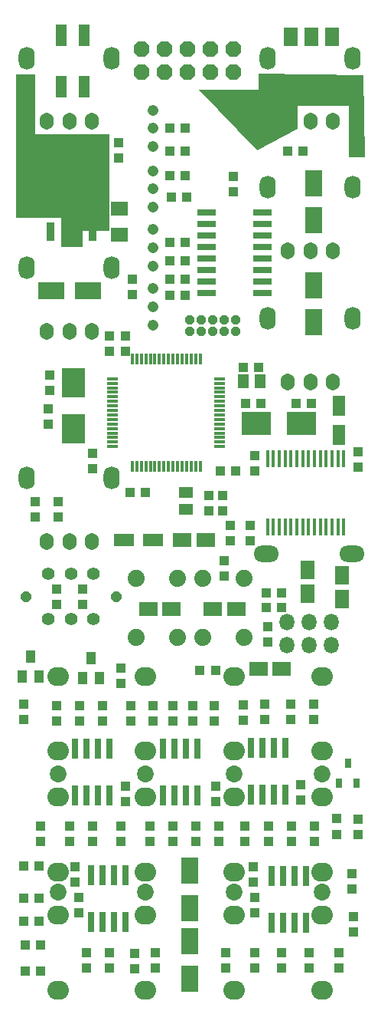
<source format=gts>
G04 DipTrace 3.2.0.1*
G04 microburst_fixed_heatsink.GTS*
%MOIN*%
G04 #@! TF.FileFunction,Soldermask,Top*
G04 #@! TF.Part,Single*
%AMOUTLINE0*
4,1,4,
0.03937,0.029528,
-0.03937,0.029528,
-0.03937,-0.029528,
0.03937,-0.029528,
0.03937,0.029528,
0*%
%AMOUTLINE1*
4,1,4,
-0.043307,-0.027559,
0.043307,-0.027559,
0.043307,0.027559,
-0.043307,0.027559,
-0.043307,-0.027559,
0*%
%AMOUTLINE2*
4,1,4,
0.027559,-0.043307,
0.027559,0.043307,
-0.027559,0.043307,
-0.027559,-0.043307,
0.027559,-0.043307,
0*%
%AMOUTLINE3*
4,1,4,
-0.029528,0.03937,
-0.029528,-0.03937,
0.029528,-0.03937,
0.029528,0.03937,
-0.029528,0.03937,
0*%
%AMOUTLINE4*
4,1,4,
-0.03937,-0.029528,
0.03937,-0.029528,
0.03937,0.029528,
-0.03937,0.029528,
-0.03937,-0.029528,
0*%
%AMOUTLINE5*
4,1,4,
0.04,-0.013,
0.04,0.013,
-0.04,0.013,
-0.04,-0.013,
0.04,-0.013,
0*%
%AMOUTLINE6*
4,1,4,
-0.011811,-0.043307,
0.011811,-0.043307,
0.011811,0.043307,
-0.011811,0.043307,
-0.011811,-0.043307,
0*%
%AMOUTLINE7*
4,1,4,
0.023622,-0.005906,
0.023622,0.005906,
-0.023622,0.005906,
-0.023622,-0.005906,
0.023622,-0.005906,
0*%
%AMOUTLINE8*
4,1,4,
0.005906,0.023622,
-0.005906,0.023622,
-0.005906,-0.023622,
0.005906,-0.023622,
0.005906,0.023622,
0*%
%AMOUTLINE9*
4,1,4,
-0.023622,0.005906,
-0.023622,-0.005906,
0.023622,-0.005906,
0.023622,0.005906,
-0.023622,0.005906,
0*%
%AMOUTLINE10*
4,1,4,
-0.005906,-0.023622,
0.005906,-0.023622,
0.005906,0.023622,
-0.005906,0.023622,
-0.005906,-0.023622,
0*%
%AMOUTLINE11*
4,1,4,
0.01378,0.019685,
-0.01378,0.019685,
-0.01378,-0.019685,
0.01378,-0.019685,
0.01378,0.019685,
0*%
%AMOUTLINE12*
4,1,4,
-0.0295,-0.0395,
0.0295,-0.0395,
0.0295,0.0395,
-0.0295,0.0395,
-0.0295,-0.0395,
0*%
%AMOUTLINE13*
4,1,4,
-0.075,-0.0395,
0.075,-0.0395,
0.075,0.0395,
-0.075,0.0395,
-0.075,-0.0395,
0*%
%AMOUTLINE14*
4,1,4,
-0.0075,0.0375,
-0.0075,-0.0375,
0.0075,-0.0375,
0.0075,0.0375,
-0.0075,0.0375,
0*%
%AMOUTLINE15*
4,1,8,
-0.020325,0.008419,
-0.008419,0.020325,
0.008419,0.020325,
0.020325,0.008419,
0.020325,-0.008419,
0.008419,-0.020325,
-0.008419,-0.020325,
-0.020325,-0.008419,
-0.020325,0.008419,
0*%
%AMOUTLINE16*
4,1,8,
0.034184,-0.014159,
0.014159,-0.034184,
-0.014159,-0.034184,
-0.034184,-0.014159,
-0.034184,0.014159,
-0.014159,0.034184,
0.014159,0.034184,
0.034184,0.014159,
0.034184,-0.014159,
0*%
%AMOUTLINE17*
4,1,4,
0.019685,0.027559,
-0.019685,0.027559,
-0.019685,-0.027559,
0.019685,-0.027559,
0.019685,0.027559,
0*%
%AMOUTLINE18*
4,1,4,
0.035492,-0.031496,
0.035492,0.031496,
-0.035492,0.031496,
-0.035492,-0.031496,
0.035492,-0.031496,
0*%
%AMOUTLINE19*
4,1,8,
-0.02197,-0.0091,
-0.0091,-0.02197,
0.0091,-0.02197,
0.02197,-0.0091,
0.02197,0.0091,
0.0091,0.02197,
-0.0091,0.02197,
-0.02197,0.0091,
-0.02197,-0.0091,
0*%
%ADD25R,0.03937X0.043307*%
%ADD26R,0.043307X0.03937*%
%ADD27R,0.051181X0.059055*%
%ADD28R,0.059055X0.051181*%
%ADD34R,0.037402X0.084646*%
%ADD40C,0.047559*%
%ADD43O,0.06X0.074*%
%ADD44O,0.07X0.1*%
%ADD45C,0.055433*%
%ADD46C,0.074*%
%ADD61O,0.110362X0.070992*%
%ADD63O,0.063512X0.073*%
%ADD73R,0.12611X0.102488*%
%ADD75R,0.102488X0.12611*%
%ADD79C,0.073*%
%ADD81O,0.093X0.083*%
%ADD83R,0.135953X0.092646*%
%ADD87R,0.04737X0.094614*%
%ADD97R,0.118236X0.072961*%
%ADD99R,0.072961X0.118236*%
%ADD106OUTLINE0*%
%ADD107OUTLINE1*%
%ADD108OUTLINE2*%
%ADD109OUTLINE3*%
%ADD110OUTLINE4*%
%ADD111OUTLINE5*%
%ADD112OUTLINE6*%
%ADD113OUTLINE7*%
%ADD114OUTLINE8*%
%ADD115OUTLINE9*%
%ADD116OUTLINE10*%
%ADD117OUTLINE11*%
%ADD118OUTLINE12*%
%ADD119OUTLINE13*%
%ADD120OUTLINE14*%
%ADD121OUTLINE15*%
%ADD122OUTLINE16*%
%ADD123OUTLINE17*%
%ADD124OUTLINE18*%
%ADD125OUTLINE19*%
%FSLAX26Y26*%
G04*
G70*
G90*
G75*
G01*
G04 TopMask*
%LPD*%
D99*
X1167360Y499979D3*
Y661396D3*
D97*
X723609Y3487479D3*
X562192D3*
D25*
X854860Y4131228D3*
Y4064299D3*
D99*
X1704860Y3956228D3*
Y3794811D3*
D25*
X1354860Y3918728D3*
Y3985657D3*
X548609Y2974979D3*
Y2908050D3*
X554860Y3056230D3*
Y3123159D3*
X886109Y3224979D3*
Y3291908D3*
X642360Y1160657D3*
Y1093728D3*
X786109Y1618728D3*
Y1685657D3*
X1092360Y1093728D3*
Y1160657D3*
X1648609Y1274979D3*
Y1341908D3*
D99*
X1167360Y806228D3*
Y967646D3*
D26*
X1592360Y4093728D3*
X1659289D3*
D25*
X742360Y2781228D3*
Y2714299D3*
X1804860Y1193724D3*
Y1126795D3*
D26*
X971789Y2612479D3*
X904860D3*
X1398609Y3156228D3*
X1465538D3*
D27*
X1398806Y3093728D3*
X1473609D3*
D25*
X1492358Y1624979D3*
Y1691908D3*
X1511109Y1093728D3*
Y1160657D3*
X1092360Y1618728D3*
Y1685657D3*
X1279860Y1268728D3*
Y1335657D3*
D28*
X1148609Y2612478D3*
Y2537675D3*
D26*
X1298609Y2706228D3*
X1365538D3*
D25*
X1315144Y2314693D3*
Y2247764D3*
D99*
X1704860Y3512479D3*
Y3351062D3*
D106*
X1236110Y2406228D3*
X1133748D3*
D25*
X1448609Y2706228D3*
Y2773157D3*
X1429860Y2468728D3*
Y2401799D3*
D107*
X879860Y2406228D3*
X1005844D3*
D25*
X886109Y1268728D3*
Y1335657D3*
D106*
X1086945Y2104478D3*
X984583D3*
D25*
X1900824Y2789693D3*
Y2722764D3*
D108*
X1817360Y2862479D3*
Y2988463D3*
D109*
X1679856Y2275024D3*
Y2172661D3*
D110*
X1265803Y2104478D3*
X1368165D3*
D25*
X683895Y785264D3*
Y852193D3*
X1450824Y785264D3*
Y852193D3*
D26*
X517360Y643728D3*
X450430D3*
D106*
X1567411Y1843730D3*
X1465049D3*
D25*
X925824Y541513D3*
Y608442D3*
X1567360Y543728D3*
Y610657D3*
D26*
X1498215Y2174063D3*
X1565144D3*
D25*
X1442360Y918728D3*
Y985657D3*
X667360Y918728D3*
Y985657D3*
D26*
X1475824Y2997764D3*
X1408895D3*
X1629858Y2999979D3*
X1696787D3*
D109*
X1828673Y2251160D3*
Y2148798D3*
D25*
X1342360Y2468728D3*
Y2401799D3*
D87*
X704860Y4599782D3*
X604860D3*
Y4374979D3*
X704860D3*
D111*
X1240109Y3828978D3*
Y3778978D3*
Y3728978D3*
Y3678978D3*
Y3628978D3*
Y3578978D3*
Y3528978D3*
Y3478978D3*
X1482109D3*
Y3528978D3*
Y3578978D3*
Y3628978D3*
Y3678978D3*
Y3728978D3*
Y3778978D3*
Y3828978D3*
D34*
X560814Y3743648D3*
X651365D3*
X741916D3*
D83*
X651365Y3971995D3*
D112*
X817360Y1499978D3*
X767360D3*
X717360D3*
X667360D3*
Y1295253D3*
X717360D3*
X767360D3*
X817360D3*
X1583747Y1502341D3*
X1533747D3*
X1483747D3*
X1433747D3*
Y1297617D3*
X1483747D3*
X1533747D3*
X1583747D3*
D113*
X829860Y3106228D3*
Y3086543D3*
Y3066858D3*
Y3047173D3*
Y3027488D3*
Y3007803D3*
Y2988118D3*
Y2968433D3*
Y2948748D3*
Y2929063D3*
Y2909378D3*
Y2889693D3*
Y2870008D3*
Y2850323D3*
Y2830638D3*
Y2810953D3*
D114*
X915938Y2725874D3*
X935623D3*
X955308D3*
X974993D3*
X994678D3*
X1014364D3*
X1034049D3*
X1053734D3*
X1073419D3*
X1093104D3*
X1112789D3*
X1132474D3*
X1152159D3*
X1171844D3*
X1191529D3*
X1211214D3*
D115*
X1295293Y2810953D3*
Y2830638D3*
Y2850323D3*
Y2870008D3*
Y2889693D3*
Y2909378D3*
Y2929063D3*
Y2948748D3*
Y2968433D3*
Y2988118D3*
Y3007803D3*
Y3027488D3*
Y3047173D3*
Y3066858D3*
Y3086543D3*
Y3106228D3*
D116*
X1211214Y3192307D3*
X1191529D3*
X1171844D3*
X1152159D3*
X1132474D3*
X1112789D3*
X1093104D3*
X1073419D3*
X1053734D3*
X1034049D3*
X1014364D3*
X994678D3*
X974993D3*
X955308D3*
X935623D3*
X915938D3*
D117*
X1817360Y1349979D3*
X1892163D3*
X1854761Y1436593D3*
D118*
X1785685Y4593559D3*
X1695685D3*
X1605685D3*
D119*
X1696685Y4345559D3*
D120*
X1504860Y2462478D3*
X1530450D3*
X1556041D3*
X1581631D3*
X1607222D3*
X1632812D3*
X1658403D3*
X1683993D3*
X1709584D3*
X1735175D3*
X1760765D3*
X1786356D3*
X1811946D3*
X1837537D3*
Y2757927D3*
X1811946D3*
X1786356D3*
X1760765D3*
X1735175D3*
X1709584D3*
X1683993D3*
X1658403D3*
X1632812D3*
X1607222D3*
X1581631D3*
X1556041D3*
X1530450D3*
X1504860D3*
D112*
X1671247Y946091D3*
X1621247D3*
X1571247D3*
X1521247D3*
Y741366D3*
X1571247D3*
X1621247D3*
X1671247D3*
X886109Y949978D3*
X836109D3*
X786109D3*
X736109D3*
Y745253D3*
X786109D3*
X836109D3*
X886109D3*
X1198609Y1499978D3*
X1148609D3*
X1098609D3*
X1048609D3*
Y1295253D3*
X1098609D3*
X1148609D3*
X1198609D3*
D81*
X592360Y1487979D3*
Y1812979D3*
D79*
Y1387979D3*
D81*
X973609Y1487979D3*
Y1812979D3*
D79*
Y1387979D3*
D81*
X973610Y1286978D3*
Y961978D3*
D79*
Y1386978D3*
D81*
X592360Y1286978D3*
Y961978D3*
D79*
Y1386978D3*
D81*
X1742360Y1487979D3*
Y1812979D3*
D79*
Y1387979D3*
D81*
X1361109Y1487979D3*
Y1812979D3*
D79*
Y1387979D3*
D81*
X1742360Y774478D3*
Y449478D3*
D79*
Y874478D3*
D81*
X1361109Y774478D3*
Y449478D3*
D79*
Y874478D3*
D81*
Y1286978D3*
Y961978D3*
D79*
Y1386978D3*
D81*
X1742360Y1286978D3*
Y961978D3*
D79*
Y1386978D3*
D81*
X973610Y774479D3*
Y449479D3*
D79*
Y874479D3*
D81*
X592360Y774479D3*
Y449479D3*
D79*
Y874479D3*
D121*
X1367360Y3362480D3*
Y3312480D3*
X1317360Y3362480D3*
Y3312480D3*
X1267360Y3362480D3*
Y3312480D3*
X1217360Y3362480D3*
Y3312480D3*
X1167360Y3362480D3*
Y3312480D3*
D122*
X954860Y4437478D3*
Y4537478D3*
X1054860Y4437478D3*
Y4537478D3*
X1154860Y4437478D3*
Y4537478D3*
X1254860Y4437478D3*
Y4537478D3*
X1354860Y4437478D3*
Y4537478D3*
D40*
X1004860Y3340003D3*
Y3418743D3*
Y3497483D3*
Y3596252D3*
Y3674992D3*
Y3753732D3*
Y3852503D3*
Y3931243D3*
Y4009983D3*
Y4115003D3*
Y4193743D3*
Y4272483D3*
D123*
X436110Y1812479D3*
X473512Y1899093D3*
X510913Y1812479D3*
X698610Y1806228D3*
X736012Y1892843D3*
X773413Y1806228D3*
D75*
X661109Y2887479D3*
Y3087106D3*
D73*
X1454860Y2912479D3*
X1654487D3*
D25*
X586109Y2124979D3*
Y2191908D3*
X698609Y2124979D3*
Y2191908D3*
D26*
X1079860Y3537479D3*
X1146789D3*
X1079860Y3468728D3*
X1146789D3*
X1079860Y3618728D3*
X1146789D3*
X1079860Y3699979D3*
X1146789D3*
X1086109Y3893728D3*
X1153038D3*
X1079860Y3987479D3*
X1146789D3*
X1079860Y4093728D3*
X1146789D3*
X1079860Y4193728D3*
X1146789D3*
D124*
X861109Y3843728D3*
Y3731760D3*
D25*
X442360Y1624979D3*
Y1691908D3*
X917360Y3537479D3*
Y3470550D3*
X492360Y2506228D3*
Y2573157D3*
X867360Y1848157D3*
Y1781228D3*
X592360Y2506228D3*
Y2573157D3*
X817360Y3291908D3*
Y3224979D3*
D43*
X543934Y2399387D3*
X642360D3*
X740785D3*
D44*
X457320Y2674978D3*
X827399D3*
D43*
X543934Y3311388D3*
X642360D3*
X740785D3*
D44*
X457320Y3586979D3*
X827399D3*
D43*
X543934Y4224387D3*
X642360D3*
X740785D3*
D44*
X457320Y4499978D3*
X827399D3*
D25*
X686108Y1618728D3*
Y1685657D3*
X586106Y1618728D3*
Y1685657D3*
X1292360Y1093728D3*
Y1160657D3*
X1192360Y1093728D3*
Y1160657D3*
X911109Y1685657D3*
Y1618728D3*
X992360Y1162478D3*
Y1095549D3*
X742360Y1093728D3*
Y1160657D3*
X517360D3*
Y1093728D3*
X867360Y1160657D3*
Y1093728D3*
X1898609Y1124975D3*
Y1191904D3*
X1179860Y1685657D3*
Y1618728D3*
X1273610D3*
Y1685657D3*
X1004860Y1618728D3*
Y1685657D3*
X1398609Y1687478D3*
Y1620549D3*
X1404860Y1162478D3*
Y1095549D3*
X1704860Y1624979D3*
Y1691908D3*
X1711109Y1093728D3*
Y1160657D3*
X1604860Y1624979D3*
Y1691908D3*
X1611109Y1093728D3*
Y1160657D3*
X1248610Y2599979D3*
Y2533050D3*
X1311109Y2599979D3*
Y2533050D3*
D43*
X1593934Y3093138D3*
X1692360D3*
X1790785D3*
D44*
X1507320Y3368728D3*
X1877399D3*
D43*
X1593934Y3661888D3*
X1692360D3*
X1790785D3*
D44*
X1507320Y3937479D3*
X1877399D3*
D43*
X1593934Y4224387D3*
X1692360D3*
X1790785D3*
D44*
X1507320Y4499978D3*
X1877399D3*
D25*
X1873609Y956228D3*
Y889299D3*
X1879860Y768728D3*
Y701799D3*
X817360Y610657D3*
Y543728D3*
D26*
X442360Y749978D3*
X509289D3*
X1211109Y1837479D3*
X1278038D3*
X511110Y849979D3*
X444181D3*
D25*
X1017360Y543728D3*
Y610657D3*
X1686109Y543728D3*
Y610657D3*
X1817360D3*
Y543728D3*
X1504860Y2029408D3*
Y1962479D3*
D26*
X1565144Y2111570D3*
X1498215D3*
D25*
X1323609Y543728D3*
Y610657D3*
X1448609D3*
Y543728D3*
D26*
X511110Y987478D3*
X444181D3*
X517360Y531228D3*
X450430D3*
D25*
X717360Y543728D3*
Y610657D3*
D125*
X451759Y2159378D3*
X845459D3*
D45*
X550184Y2257803D3*
X648609D3*
X747034D3*
X550184Y2060953D3*
X648609D3*
X747034D3*
D46*
X933360Y2237479D3*
Y1981479D3*
X1111360Y2237479D3*
Y1981479D3*
X1223609Y2237479D3*
Y1981479D3*
X1401609Y2237479D3*
Y1981479D3*
D63*
X1784352Y2049979D3*
X1686360Y2049703D3*
X1588360Y2049979D3*
D61*
X1499352Y2344979D3*
X1873367D3*
D63*
X1784352Y1949979D3*
X1686360Y1949703D3*
X1588367Y1949979D3*
G36*
X410829Y3805142D2*
X604559D1*
Y3680155D1*
X698299D1*
Y3748898D1*
X817037D1*
Y4167604D1*
X492071D1*
Y4430076D1*
X410829D1*
D1*
Y3805142D1*
G37*
G36*
X1204496Y4362333D2*
X1466969D1*
Y4431076D1*
X1923171Y4424827D1*
X1929420Y4068614D1*
X1860677D1*
Y4293591D1*
X1635701D1*
Y4193601D1*
X1460719Y4099861D1*
D1*
X1204496Y4362333D1*
G37*
M02*

</source>
